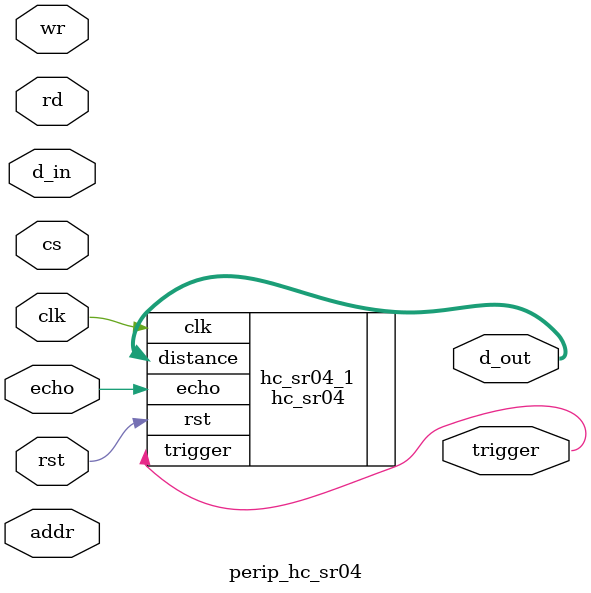
<source format=v>
module perip_hc_sr04(   
    input clk,
    input rst,
    input [31:0] d_in,
    input cs,
    input [4:0] addr,
    input rd,
    input wr,
    output reg [31:0] d_out,
    input echo,
    output reg trigger,
  );

  reg [15:0] distance;
  localparam integer GETDISTANCE = 5'h01; // en c GETDISTANCE 0x01 
//leer registros
  always @(posedge clk) begin
  if (rst) begin
  distance <=0;
  end 
  else begin
    if (cs && rd) begin
      if (addr[4:0]==GETDISTANCE) begin
        distance <= {d_out[0:15],16'b0};
        end
      end
    end
    
    end
//

 hc_sr04 hc_sr04_1 (
  .clk(clk),
  .echo(echo),
  .trigger(trigger),
  .distance(d_out),
  .rst(rst),
);

endmodule
  
        
        

</source>
